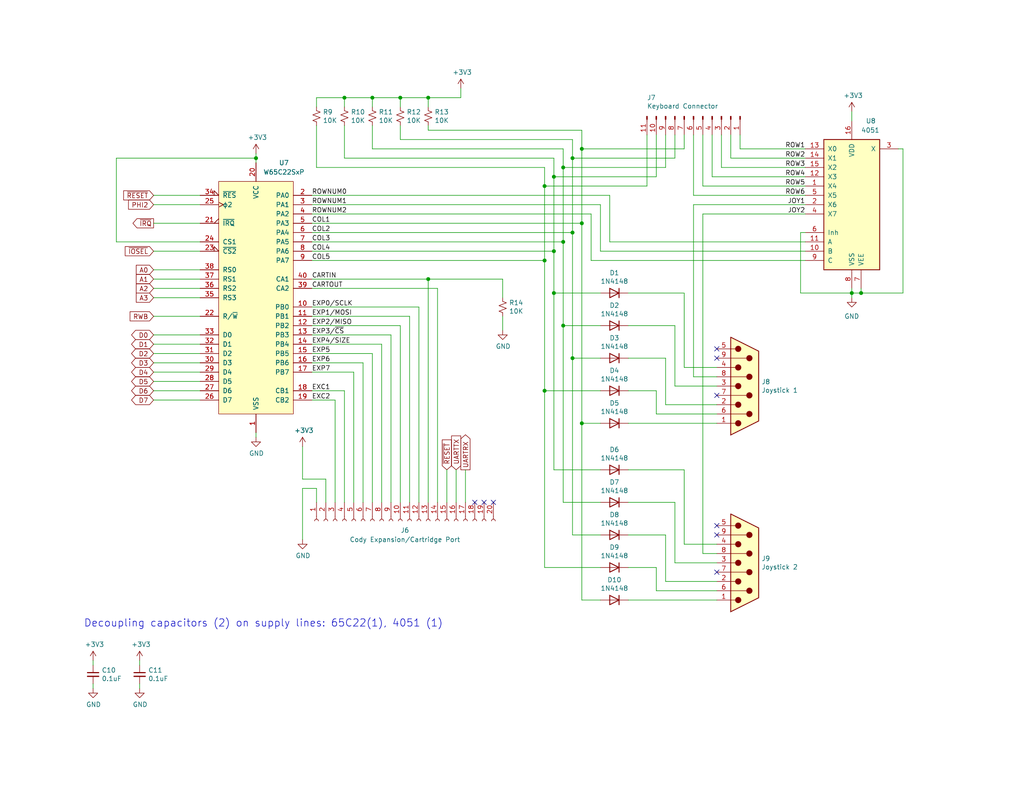
<source format=kicad_sch>
(kicad_sch (version 20211123) (generator eeschema)
  (paper "USLetter")
  (title_block (title "65C22 VIA, Keyboard/Joystick, Cartridge, SPI") (date "2023-04-18") (rev "A"))
  (lib_symbols
    (symbol "4xxx:4051" (pin_names (offset 1.016))
      (property "Reference" "U" (at -7.62 19.05 0))
      (property "Value" "4051" (at -7.62 -19.05 0))
      (symbol "4051_1_0"
        (pin passive line (at -12.7 5.08 0) (length 5.08) (name "X4") (number "1"))
        (pin input line (at -12.7 -12.7 0) (length 5.08) (name "B") (number "10"))
        (pin input line (at -12.7 -10.16 0) (length 5.08) (name "A") (number "11"))
        (pin passive line (at -12.7 7.62 0) (length 5.08) (name "X3") (number "12"))
        (pin passive line (at -12.7 15.24 0) (length 5.08) (name "X0") (number "13"))
        (pin passive line (at -12.7 12.7 0) (length 5.08) (name "X1") (number "14"))
        (pin passive line (at -12.7 10.16 0) (length 5.08) (name "X2") (number "15"))
        (pin power_in line (at 0 22.86 270) (length 5.08) (name "VDD") (number "16"))
        (pin passive line (at -12.7 0 0) (length 5.08) (name "X6") (number "2"))
        (pin passive line (at 12.7 15.24 180) (length 5.08) (name "X") (number "3"))
        (pin passive line (at -12.7 -2.54 0) (length 5.08) (name "X7") (number "4"))
        (pin passive line (at -12.7 2.54 0) (length 5.08) (name "X5") (number "5"))
        (pin input line (at -12.7 -7.62 0) (length 5.08) (name "Inh") (number "6"))
        (pin power_in line (at 2.54 -22.86 90) (length 5.08) (name "VEE") (number "7"))
        (pin power_in line (at 0 -22.86 90) (length 5.08) (name "VSS") (number "8"))
        (pin input line (at -12.7 -15.24 0) (length 5.08) (name "C") (number "9"))
      )
      (symbol "4051_1_1"
        (rectangle (start -7.62 17.78) (end 7.62 -17.78) (stroke (width 0.254)) (fill (type background)))
      )
    )
    (symbol "65xx:W65C22SxP" (pin_names (offset 1.016))
      (property "Reference" "U" (at -10.16 33.02 0))
      (property "Value" "W65C22SxP" (at 0 0 90))
      (symbol "W65C22SxP_0_1"
        (rectangle (start -10.16 31.75) (end 10.16 -31.75) (fill (type background)))
      )
      (symbol "W65C22SxP_1_1"
        (pin power_in line (at 0 -36.83 90) (length 5.08) (name "VSS") (number "1"))
        (pin bidirectional line (at 15.24 -2.54 180) (length 5.08) (name "PB0") (number "10"))
        (pin bidirectional line (at 15.24 -5.08 180) (length 5.08) (name "PB1") (number "11"))
        (pin bidirectional line (at 15.24 -7.62 180) (length 5.08) (name "PB2") (number "12"))
        (pin bidirectional line (at 15.24 -10.16 180) (length 5.08) (name "PB3") (number "13"))
        (pin bidirectional line (at 15.24 -12.7 180) (length 5.08) (name "PB4") (number "14"))
        (pin bidirectional line (at 15.24 -15.24 180) (length 5.08) (name "PB5") (number "15"))
        (pin bidirectional line (at 15.24 -17.78 180) (length 5.08) (name "PB6") (number "16"))
        (pin bidirectional line (at 15.24 -20.32 180) (length 5.08) (name "PB7") (number "17"))
        (pin input line (at 15.24 -25.4 180) (length 5.08) (name "CB1") (number "18"))
        (pin bidirectional line (at 15.24 -27.94 180) (length 5.08) (name "CB2") (number "19"))
        (pin bidirectional line (at 15.24 27.94 180) (length 5.08) (name "PA0") (number "2"))
        (pin power_in line (at 0 36.83 270) (length 5.08) (name "VCC") (number "20"))
        (pin output output_low (at -15.24 20.32 0) (length 5.08) (name "~{IRQ}") (number "21"))
        (pin input line (at -15.24 -5.08 0) (length 5.08) (name "R/~{W}") (number "22"))
        (pin input input_low (at -15.24 12.7 0) (length 5.08) (name "~{CS2}") (number "23"))
        (pin input line (at -15.24 15.24 0) (length 5.08) (name "CS1") (number "24"))
        (pin input clock (at -15.24 25.4 0) (length 5.08) (name "ϕ2") (number "25"))
        (pin bidirectional line (at -15.24 -27.94 0) (length 5.08) (name "D7") (number "26"))
        (pin bidirectional line (at -15.24 -25.4 0) (length 5.08) (name "D6") (number "27"))
        (pin bidirectional line (at -15.24 -22.86 0) (length 5.08) (name "D5") (number "28"))
        (pin bidirectional line (at -15.24 -20.32 0) (length 5.08) (name "D4") (number "29"))
        (pin bidirectional line (at 15.24 25.4 180) (length 5.08) (name "PA1") (number "3"))
        (pin bidirectional line (at -15.24 -17.78 0) (length 5.08) (name "D3") (number "30"))
        (pin bidirectional line (at -15.24 -15.24 0) (length 5.08) (name "D2") (number "31"))
        (pin bidirectional line (at -15.24 -12.7 0) (length 5.08) (name "D1") (number "32"))
        (pin bidirectional line (at -15.24 -10.16 0) (length 5.08) (name "D0") (number "33"))
        (pin input input_low (at -15.24 27.94 0) (length 5.08) (name "~{RES}") (number "34"))
        (pin input line (at -15.24 0 0) (length 5.08) (name "RS3") (number "35"))
        (pin input line (at -15.24 2.54 0) (length 5.08) (name "RS2") (number "36"))
        (pin input line (at -15.24 5.08 0) (length 5.08) (name "RS1") (number "37"))
        (pin input line (at -15.24 7.62 0) (length 5.08) (name "RS0") (number "38"))
        (pin bidirectional line (at 15.24 2.54 180) (length 5.08) (name "CA2") (number "39"))
        (pin bidirectional line (at 15.24 22.86 180) (length 5.08) (name "PA2") (number "4"))
        (pin input line (at 15.24 5.08 180) (length 5.08) (name "CA1") (number "40"))
        (pin bidirectional line (at 15.24 20.32 180) (length 5.08) (name "PA3") (number "5"))
        (pin bidirectional line (at 15.24 17.78 180) (length 5.08) (name "PA4") (number "6"))
        (pin bidirectional line (at 15.24 15.24 180) (length 5.08) (name "PA5") (number "7"))
        (pin bidirectional line (at 15.24 12.7 180) (length 5.08) (name "PA6") (number "8"))
        (pin bidirectional line (at 15.24 10.16 180) (length 5.08) (name "PA7") (number "9"))
      )
    )
    (symbol "Connector:Conn_01x11_Male" (pin_names (offset 1.016) hide)
      (property "Reference" "J" (at 0 15.24 0))
      (property "Value" "Conn_01x11_Male" (at 0 -15.24 0))
      (symbol "Conn_01x11_Male_1_1"
        (polyline (pts (xy 1.27 -12.7) (xy 0.8636 -12.7)) (stroke (width 0.1524)))
        (polyline (pts (xy 1.27 -10.16) (xy 0.8636 -10.16)) (stroke (width 0.1524)))
        (polyline (pts (xy 1.27 -7.62) (xy 0.8636 -7.62)) (stroke (width 0.1524)))
        (polyline (pts (xy 1.27 -5.08) (xy 0.8636 -5.08)) (stroke (width 0.1524)))
        (polyline (pts (xy 1.27 -2.54) (xy 0.8636 -2.54)) (stroke (width 0.1524)))
        (polyline (pts (xy 1.27 0) (xy 0.8636 0)) (stroke (width 0.1524)))
        (polyline (pts (xy 1.27 2.54) (xy 0.8636 2.54)) (stroke (width 0.1524)))
        (polyline (pts (xy 1.27 5.08) (xy 0.8636 5.08)) (stroke (width 0.1524)))
        (polyline (pts (xy 1.27 7.62) (xy 0.8636 7.62)) (stroke (width 0.1524)))
        (polyline (pts (xy 1.27 10.16) (xy 0.8636 10.16)) (stroke (width 0.1524)))
        (polyline (pts (xy 1.27 12.7) (xy 0.8636 12.7)) (stroke (width 0.1524)))
        (rectangle (start 0.8636 -12.573) (end 0 -12.827) (stroke (width 0.1524)) (fill (type outline)))
        (rectangle (start 0.8636 -10.033) (end 0 -10.287) (stroke (width 0.1524)) (fill (type outline)))
        (rectangle (start 0.8636 -7.493) (end 0 -7.747) (stroke (width 0.1524)) (fill (type outline)))
        (rectangle (start 0.8636 -4.953) (end 0 -5.207) (stroke (width 0.1524)) (fill (type outline)))
        (rectangle (start 0.8636 -2.413) (end 0 -2.667) (stroke (width 0.1524)) (fill (type outline)))
        (rectangle (start 0.8636 0.127) (end 0 -0.127) (stroke (width 0.1524)) (fill (type outline)))
        (rectangle (start 0.8636 2.667) (end 0 2.413) (stroke (width 0.1524)) (fill (type outline)))
        (rectangle (start 0.8636 5.207) (end 0 4.953) (stroke (width 0.1524)) (fill (type outline)))
        (rectangle (start 0.8636 7.747) (end 0 7.493) (stroke (width 0.1524)) (fill (type outline)))
        (rectangle (start 0.8636 10.287) (end 0 10.033) (stroke (width 0.1524)) (fill (type outline)))
        (rectangle (start 0.8636 12.827) (end 0 12.573) (stroke (width 0.1524)) (fill (type outline)))
        (pin passive line (at 5.08 12.7 180) (length 3.81) (name "Pin_1") (number "1"))
        (pin passive line (at 5.08 -10.16 180) (length 3.81) (name "Pin_10") (number "10"))
        (pin passive line (at 5.08 -12.7 180) (length 3.81) (name "Pin_11") (number "11"))
        (pin passive line (at 5.08 10.16 180) (length 3.81) (name "Pin_2") (number "2"))
        (pin passive line (at 5.08 7.62 180) (length 3.81) (name "Pin_3") (number "3"))
        (pin passive line (at 5.08 5.08 180) (length 3.81) (name "Pin_4") (number "4"))
        (pin passive line (at 5.08 2.54 180) (length 3.81) (name "Pin_5") (number "5"))
        (pin passive line (at 5.08 0 180) (length 3.81) (name "Pin_6") (number "6"))
        (pin passive line (at 5.08 -2.54 180) (length 3.81) (name "Pin_7") (number "7"))
        (pin passive line (at 5.08 -5.08 180) (length 3.81) (name "Pin_8") (number "8"))
        (pin passive line (at 5.08 -7.62 180) (length 3.81) (name "Pin_9") (number "9"))
      )
    )
    (symbol "Connector:Conn_01x20_Female" (pin_names (offset 1.016) hide)
      (property "Reference" "J" (at 0 25.4 0))
      (property "Value" "Conn_01x20_Female" (at 0 -27.94 0))
      (symbol "Conn_01x20_Female_1_1"
        (arc (start 0 -24.892) (mid -0.508 -25.4) (end 0 -25.908) (stroke (width 0.1524)))
        (arc (start 0 -22.352) (mid -0.508 -22.86) (end 0 -23.368) (stroke (width 0.1524)))
        (arc (start 0 -19.812) (mid -0.508 -20.32) (end 0 -20.828) (stroke (width 0.1524)))
        (arc (start 0 -17.272) (mid -0.508 -17.78) (end 0 -18.288) (stroke (width 0.1524)))
        (arc (start 0 -14.732) (mid -0.508 -15.24) (end 0 -15.748) (stroke (width 0.1524)))
        (arc (start 0 -12.192) (mid -0.508 -12.7) (end 0 -13.208) (stroke (width 0.1524)))
        (arc (start 0 -9.652) (mid -0.508 -10.16) (end 0 -10.668) (stroke (width 0.1524)))
        (arc (start 0 -7.112) (mid -0.508 -7.62) (end 0 -8.128) (stroke (width 0.1524)))
        (arc (start 0 -4.572) (mid -0.508 -5.08) (end 0 -5.588) (stroke (width 0.1524)))
        (arc (start 0 -2.032) (mid -0.508 -2.54) (end 0 -3.048) (stroke (width 0.1524)))
        (polyline (pts (xy -1.27 -25.4) (xy -0.508 -25.4)) (stroke (width 0.1524)))
        (polyline (pts (xy -1.27 -22.86) (xy -0.508 -22.86)) (stroke (width 0.1524)))
        (polyline (pts (xy -1.27 -20.32) (xy -0.508 -20.32)) (stroke (width 0.1524)))
        (polyline (pts (xy -1.27 -17.78) (xy -0.508 -17.78)) (stroke (width 0.1524)))
        (polyline (pts (xy -1.27 -15.24) (xy -0.508 -15.24)) (stroke (width 0.1524)))
        (polyline (pts (xy -1.27 -12.7) (xy -0.508 -12.7)) (stroke (width 0.1524)))
        (polyline (pts (xy -1.27 -10.16) (xy -0.508 -10.16)) (stroke (width 0.1524)))
        (polyline (pts (xy -1.27 -7.62) (xy -0.508 -7.62)) (stroke (width 0.1524)))
        (polyline (pts (xy -1.27 -5.08) (xy -0.508 -5.08)) (stroke (width 0.1524)))
        (polyline (pts (xy -1.27 -2.54) (xy -0.508 -2.54)) (stroke (width 0.1524)))
        (polyline (pts (xy -1.27 0) (xy -0.508 0)) (stroke (width 0.1524)))
        (polyline (pts (xy -1.27 2.54) (xy -0.508 2.54)) (stroke (width 0.1524)))
        (polyline (pts (xy -1.27 5.08) (xy -0.508 5.08)) (stroke (width 0.1524)))
        (polyline (pts (xy -1.27 7.62) (xy -0.508 7.62)) (stroke (width 0.1524)))
        (polyline (pts (xy -1.27 10.16) (xy -0.508 10.16)) (stroke (width 0.1524)))
        (polyline (pts (xy -1.27 12.7) (xy -0.508 12.7)) (stroke (width 0.1524)))
        (polyline (pts (xy -1.27 15.24) (xy -0.508 15.24)) (stroke (width 0.1524)))
        (polyline (pts (xy -1.27 17.78) (xy -0.508 17.78)) (stroke (width 0.1524)))
        (polyline (pts (xy -1.27 20.32) (xy -0.508 20.32)) (stroke (width 0.1524)))
        (polyline (pts (xy -1.27 22.86) (xy -0.508 22.86)) (stroke (width 0.1524)))
        (arc (start 0 0.508) (mid -0.508 0) (end 0 -0.508) (stroke (width 0.1524)))
        (arc (start 0 3.048) (mid -0.508 2.54) (end 0 2.032) (stroke (width 0.1524)))
        (arc (start 0 5.588) (mid -0.508 5.08) (end 0 4.572) (stroke (width 0.1524)))
        (arc (start 0 8.128) (mid -0.508 7.62) (end 0 7.112) (stroke (width 0.1524)))
        (arc (start 0 10.668) (mid -0.508 10.16) (end 0 9.652) (stroke (width 0.1524)))
        (arc (start 0 13.208) (mid -0.508 12.7) (end 0 12.192) (stroke (width 0.1524)))
        (arc (start 0 15.748) (mid -0.508 15.24) (end 0 14.732) (stroke (width 0.1524)))
        (arc (start 0 18.288) (mid -0.508 17.78) (end 0 17.272) (stroke (width 0.1524)))
        (arc (start 0 20.828) (mid -0.508 20.32) (end 0 19.812) (stroke (width 0.1524)))
        (arc (start 0 23.368) (mid -0.508 22.86) (end 0 22.352) (stroke (width 0.1524)))
        (pin passive line (at -5.08 22.86 0) (length 3.81) (name "Pin_1") (number "1"))
        (pin passive line (at -5.08 0 0) (length 3.81) (name "Pin_10") (number "10"))
        (pin passive line (at -5.08 -2.54 0) (length 3.81) (name "Pin_11") (number "11"))
        (pin passive line (at -5.08 -5.08 0) (length 3.81) (name "Pin_12") (number "12"))
        (pin passive line (at -5.08 -7.62 0) (length 3.81) (name "Pin_13") (number "13"))
        (pin passive line (at -5.08 -10.16 0) (length 3.81) (name "Pin_14") (number "14"))
        (pin passive line (at -5.08 -12.7 0) (length 3.81) (name "Pin_15") (number "15"))
        (pin passive line (at -5.08 -15.24 0) (length 3.81) (name "Pin_16") (number "16"))
        (pin passive line (at -5.08 -17.78 0) (length 3.81) (name "Pin_17") (number "17"))
        (pin passive line (at -5.08 -20.32 0) (length 3.81) (name "Pin_18") (number "18"))
        (pin passive line (at -5.08 -22.86 0) (length 3.81) (name "Pin_19") (number "19"))
        (pin passive line (at -5.08 20.32 0) (length 3.81) (name "Pin_2") (number "2"))
        (pin passive line (at -5.08 -25.4 0) (length 3.81) (name "Pin_20") (number "20"))
        (pin passive line (at -5.08 17.78 0) (length 3.81) (name "Pin_3") (number "3"))
        (pin passive line (at -5.08 15.24 0) (length 3.81) (name "Pin_4") (number "4"))
        (pin passive line (at -5.08 12.7 0) (length 3.81) (name "Pin_5") (number "5"))
        (pin passive line (at -5.08 10.16 0) (length 3.81) (name "Pin_6") (number "6"))
        (pin passive line (at -5.08 7.62 0) (length 3.81) (name "Pin_7") (number "7"))
        (pin passive line (at -5.08 5.08 0) (length 3.81) (name "Pin_8") (number "8"))
        (pin passive line (at -5.08 2.54 0) (length 3.81) (name "Pin_9") (number "9"))
      )
    )
    (symbol "Connector:DB9_Male" (pin_names (offset 1.016) hide)
      (property "Reference" "J" (at 0 13.97 0))
      (property "Value" "DB9_Male" (at 0 -14.605 0))
      (symbol "DB9_Male_0_1"
        (circle (center -1.778 -10.16) (radius 0.762) (fill (type outline)))
        (circle (center -1.778 -5.08) (radius 0.762) (fill (type outline)))
        (circle (center -1.778 0) (radius 0.762) (fill (type outline)))
        (circle (center -1.778 5.08) (radius 0.762) (fill (type outline)))
        (circle (center -1.778 10.16) (radius 0.762) (fill (type outline)))
        (polyline (pts (xy -3.81 -10.16) (xy -2.54 -10.16)))
        (polyline (pts (xy -3.81 -7.62) (xy 0.508 -7.62)))
        (polyline (pts (xy -3.81 -5.08) (xy -2.54 -5.08)))
        (polyline (pts (xy -3.81 -2.54) (xy 0.508 -2.54)))
        (polyline (pts (xy -3.81 0) (xy -2.54 0)))
        (polyline (pts (xy -3.81 2.54) (xy 0.508 2.54)))
        (polyline (pts (xy -3.81 5.08) (xy -2.54 5.08)))
        (polyline (pts (xy -3.81 7.62) (xy 0.508 7.62)))
        (polyline (pts (xy -3.81 10.16) (xy -2.54 10.16)))
        (polyline (pts (xy -3.81 -13.335) (xy -3.81 13.335) (xy 3.81 9.525) (xy 3.81 -9.525) (xy -3.81 -13.335)) (stroke (width 0.254)) (fill (type background)))
        (circle (center 1.27 -7.62) (radius 0.762) (fill (type outline)))
        (circle (center 1.27 -2.54) (radius 0.762) (fill (type outline)))
        (circle (center 1.27 2.54) (radius 0.762) (fill (type outline)))
        (circle (center 1.27 7.62) (radius 0.762) (fill (type outline)))
      )
      (symbol "DB9_Male_1_1"
        (pin passive line (at -7.62 -10.16 0) (length 3.81) (name "1") (number "1"))
        (pin passive line (at -7.62 -5.08 0) (length 3.81) (name "2") (number "2"))
        (pin passive line (at -7.62 0 0) (length 3.81) (name "3") (number "3"))
        (pin passive line (at -7.62 5.08 0) (length 3.81) (name "4") (number "4"))
        (pin passive line (at -7.62 10.16 0) (length 3.81) (name "5") (number "5"))
        (pin passive line (at -7.62 -7.62 0) (length 3.81) (name "6") (number "6"))
        (pin passive line (at -7.62 -2.54 0) (length 3.81) (name "7") (number "7"))
        (pin passive line (at -7.62 2.54 0) (length 3.81) (name "8") (number "8"))
        (pin passive line (at -7.62 7.62 0) (length 3.81) (name "9") (number "9"))
      )
    )
    (symbol "Device:C_Small" (pin_numbers hide) (pin_names (offset 0.254) hide)
      (property "Reference" "C" (at 0.254 1.778 0))
      (property "Value" "C_Small" (at 0.254 -2.032 0))
      (symbol "C_Small_0_1"
        (polyline (pts (xy -1.524 -0.508) (xy 1.524 -0.508)) (stroke (width 0.3302)))
        (polyline (pts (xy -1.524 0.508) (xy 1.524 0.508)) (stroke (width 0.3048)))
      )
      (symbol "C_Small_1_1"
        (pin passive line (at 0 2.54 270) (length 2.032) (name "~") (number "1"))
        (pin passive line (at 0 -2.54 90) (length 2.032) (name "~") (number "2"))
      )
    )
    (symbol "Device:R_Small_US" (pin_numbers hide) (pin_names (offset 0.254) hide)
      (property "Reference" "R" (at 0.762 0.508 0))
      (property "Value" "R_Small_US" (at 0.762 -1.016 0))
      (symbol "R_Small_US_1_1"
        (polyline (pts (xy 0 0) (xy 1.016 -0.381) (xy 0 -0.762) (xy -1.016 -1.143) (xy 0 -1.524)))
        (polyline (pts (xy 0 1.524) (xy 1.016 1.143) (xy 0 0.762) (xy -1.016 0.381) (xy 0 0)))
        (pin passive line (at 0 2.54 270) (length 1.016) (name "~") (number "1"))
        (pin passive line (at 0 -2.54 90) (length 1.016) (name "~") (number "2"))
      )
    )
    (symbol "Diode:1N4148" (pin_numbers hide) (pin_names (offset 1.016) hide)
      (property "Reference" "D" (at 0 2.54 0))
      (property "Value" "1N4148" (at 0 -2.54 0))
      (symbol "1N4148_0_1"
        (polyline (pts (xy -1.27 1.27) (xy -1.27 -1.27)) (stroke (width 0.254)))
        (polyline (pts (xy 1.27 0) (xy -1.27 0)))
        (polyline (pts (xy 1.27 1.27) (xy 1.27 -1.27) (xy -1.27 0) (xy 1.27 1.27)) (stroke (width 0.254)))
      )
      (symbol "1N4148_1_1"
        (pin passive line (at -3.81 0 0) (length 2.54) (name "K") (number "1"))
        (pin passive line (at 3.81 0 180) (length 2.54) (name "A") (number "2"))
      )
    )
    (symbol "power:+3.3V" (power) (pin_names (offset 0))
      (property "Value" "+3.3V" (at 0 3.556 0))
      (symbol "+3.3V_0_1"
        (polyline (pts (xy -0.762 1.27) (xy 0 2.54)))
        (polyline (pts (xy 0 0) (xy 0 2.54)))
        (polyline (pts (xy 0 2.54) (xy 0.762 1.27)))
      )
      (symbol "+3.3V_1_1"
        (pin power_in line (at 0 0 90) (length 0) hide (name "+3V3") (number "1"))
      )
    )
    (symbol "power:GND" (power) (pin_names (offset 0))
      (property "Value" "GND" (at 0 -3.81 0))
      (symbol "GND_0_1"
        (polyline (pts (xy 0 0) (xy 0 -1.27) (xy 1.27 -1.27) (xy 0 -2.54) (xy -1.27 -1.27) (xy 0 -1.27)))
      )
      (symbol "GND_1_1"
        (pin power_in line (at 0 0 270) (length 0) hide (name "GND") (number "1"))
      )
    )
  )
  (junction (at 153.67 66.04))
  (junction (at 158.75 60.96))
  (junction (at 148.59 106.68))
  (junction (at 151.13 80.01))
  (junction (at 153.67 45.72))
  (junction (at 148.59 50.8))
  (junction (at 156.21 63.5))
  (junction (at 158.75 40.64))
  (junction (at 151.13 68.58))
  (junction (at 69.85 43.18))
  (junction (at 158.75 115.57))
  (junction (at 232.41 80.01))
  (junction (at 109.22 26.67))
  (junction (at 156.21 43.18))
  (junction (at 116.84 26.67))
  (junction (at 116.84 76.2))
  (junction (at 93.98 26.67))
  (junction (at 156.21 97.79))
  (junction (at 148.59 71.12))
  (junction (at 153.67 88.9))
  (junction (at 151.13 48.26))
  (junction (at 101.6 26.67))
  (junction (at 234.95 80.01))
  (no_connect (at 195.58 107.95))
  (no_connect (at 195.58 95.25))
  (no_connect (at 195.58 156.21))
  (no_connect (at 195.58 143.51))
  (no_connect (at 134.62 137.16))
  (no_connect (at 195.58 97.79))
  (no_connect (at 132.08 137.16))
  (no_connect (at 129.54 137.16))
  (no_connect (at 195.58 146.05))
  (wire (pts (xy 171.45 115.57) (xy 195.58 115.57)))
  (wire (pts (xy 189.23 53.34) (xy 219.71 53.34)))
  (wire (pts (xy 148.59 106.68) (xy 163.83 106.68)))
  (wire (pts (xy 156.21 38.1) (xy 156.21 43.18)))
  (wire (pts (xy 163.83 68.58) (xy 163.83 55.88)))
  (wire (pts (xy 41.91 109.22) (xy 54.61 109.22)))
  (wire (pts (xy 158.75 35.56) (xy 158.75 40.64)))
  (wire (pts (xy 116.84 76.2) (xy 116.84 137.16)))
  (wire (pts (xy 189.23 55.88) (xy 219.71 55.88)))
  (wire (pts (xy 163.83 163.83) (xy 158.75 163.83)))
  (wire (pts (xy 104.14 93.98) (xy 104.14 137.16)))
  (wire (pts (xy 191.77 50.8) (xy 191.77 36.83)))
  (wire (pts (xy 41.91 73.66) (xy 54.61 73.66)))
  (wire (pts (xy 85.09 58.42) (xy 161.29 58.42)))
  (wire (pts (xy 127 128.27) (xy 127 137.16)))
  (wire (pts (xy 41.91 106.68) (xy 54.61 106.68)))
  (wire (pts (xy 85.09 109.22) (xy 91.44 109.22)))
  (wire (pts (xy 156.21 38.1) (xy 109.22 38.1)))
  (wire (pts (xy 179.07 161.29) (xy 195.58 161.29)))
  (wire (pts (xy 189.23 102.87) (xy 195.58 102.87)))
  (wire (pts (xy 69.85 44.45) (xy 69.85 43.18)))
  (wire (pts (xy 116.84 26.67) (xy 109.22 26.67)))
  (wire (pts (xy 88.9 137.16) (xy 88.9 130.81)))
  (wire (pts (xy 158.75 163.83) (xy 158.75 115.57)))
  (wire (pts (xy 41.91 78.74) (xy 54.61 78.74)))
  (wire (pts (xy 158.75 115.57) (xy 163.83 115.57)))
  (wire (pts (xy 153.67 66.04) (xy 153.67 88.9)))
  (wire (pts (xy 85.09 63.5) (xy 156.21 63.5)))
  (wire (pts (xy 109.22 26.67) (xy 101.6 26.67)))
  (wire (pts (xy 101.6 34.29) (xy 101.6 40.64)))
  (wire (pts (xy 106.68 91.44) (xy 106.68 137.16)))
  (wire (pts (xy 41.91 86.36) (xy 54.61 86.36)))
  (wire (pts (xy 124.46 128.27) (xy 124.46 137.16)))
  (wire (pts (xy 171.45 106.68) (xy 179.07 106.68)))
  (wire (pts (xy 199.39 43.18) (xy 219.71 43.18)))
  (wire (pts (xy 156.21 63.5) (xy 156.21 97.79)))
  (wire (pts (xy 69.85 43.18) (xy 69.85 41.91)))
  (wire (pts (xy 156.21 97.79) (xy 156.21 146.05)))
  (wire (pts (xy 109.22 34.29) (xy 109.22 38.1)))
  (wire (pts (xy 156.21 43.18) (xy 184.15 43.18)))
  (wire (pts (xy 101.6 29.21) (xy 101.6 26.67)))
  (wire (pts (xy 218.44 80.01) (xy 232.41 80.01)))
  (wire (pts (xy 41.91 53.34) (xy 54.61 53.34)))
  (wire (pts (xy 186.69 100.33) (xy 186.69 80.01)))
  (wire (pts (xy 116.84 76.2) (xy 137.16 76.2)))
  (wire (pts (xy 201.93 40.64) (xy 219.71 40.64)))
  (wire (pts (xy 166.37 53.34) (xy 85.09 53.34)))
  (wire (pts (xy 196.85 45.72) (xy 219.71 45.72)))
  (wire (pts (xy 109.22 88.9) (xy 109.22 137.16)))
  (wire (pts (xy 31.75 43.18) (xy 69.85 43.18)))
  (wire (pts (xy 85.09 91.44) (xy 106.68 91.44)))
  (wire (pts (xy 151.13 48.26) (xy 179.07 48.26)))
  (wire (pts (xy 41.91 96.52) (xy 54.61 96.52)))
  (wire (pts (xy 96.52 101.6) (xy 96.52 137.16)))
  (wire (pts (xy 101.6 40.64) (xy 153.67 40.64)))
  (wire (pts (xy 151.13 128.27) (xy 163.83 128.27)))
  (wire (pts (xy 38.1 181.61) (xy 38.1 180.34)))
  (wire (pts (xy 93.98 26.67) (xy 86.36 26.67)))
  (wire (pts (xy 161.29 71.12) (xy 219.71 71.12)))
  (wire (pts (xy 85.09 78.74) (xy 119.38 78.74)))
  (wire (pts (xy 191.77 50.8) (xy 219.71 50.8)))
  (wire (pts (xy 191.77 58.42) (xy 219.71 58.42)))
  (wire (pts (xy 161.29 58.42) (xy 161.29 71.12)))
  (wire (pts (xy 201.93 40.64) (xy 201.93 36.83)))
  (wire (pts (xy 232.41 80.01) (xy 232.41 81.28)))
  (wire (pts (xy 125.73 24.13) (xy 125.73 26.67)))
  (wire (pts (xy 85.09 60.96) (xy 158.75 60.96)))
  (wire (pts (xy 109.22 29.21) (xy 109.22 26.67)))
  (wire (pts (xy 158.75 60.96) (xy 158.75 115.57)))
  (wire (pts (xy 195.58 110.49) (xy 181.61 110.49)))
  (wire (pts (xy 41.91 68.58) (xy 54.61 68.58)))
  (wire (pts (xy 195.58 148.59) (xy 186.69 148.59)))
  (wire (pts (xy 148.59 154.94) (xy 148.59 106.68)))
  (wire (pts (xy 101.6 26.67) (xy 93.98 26.67)))
  (wire (pts (xy 121.92 128.27) (xy 121.92 137.16)))
  (wire (pts (xy 179.07 36.83) (xy 179.07 48.26)))
  (wire (pts (xy 101.6 96.52) (xy 101.6 137.16)))
  (wire (pts (xy 116.84 26.67) (xy 125.73 26.67)))
  (wire (pts (xy 171.45 146.05) (xy 181.61 146.05)))
  (wire (pts (xy 119.38 78.74) (xy 119.38 137.16)))
  (wire (pts (xy 93.98 29.21) (xy 93.98 26.67)))
  (wire (pts (xy 86.36 26.67) (xy 86.36 29.21)))
  (wire (pts (xy 137.16 81.28) (xy 137.16 76.2)))
  (wire (pts (xy 163.83 88.9) (xy 153.67 88.9)))
  (wire (pts (xy 153.67 40.64) (xy 153.67 45.72)))
  (wire (pts (xy 195.58 158.75) (xy 181.61 158.75)))
  (wire (pts (xy 41.91 55.88) (xy 54.61 55.88)))
  (wire (pts (xy 196.85 45.72) (xy 196.85 36.83)))
  (wire (pts (xy 85.09 66.04) (xy 153.67 66.04)))
  (wire (pts (xy 232.41 80.01) (xy 234.95 80.01)))
  (wire (pts (xy 99.06 99.06) (xy 99.06 137.16)))
  (wire (pts (xy 86.36 34.29) (xy 86.36 45.72)))
  (wire (pts (xy 69.85 118.11) (xy 69.85 119.38)))
  (wire (pts (xy 246.38 40.64) (xy 245.11 40.64)))
  (wire (pts (xy 148.59 45.72) (xy 86.36 45.72)))
  (wire (pts (xy 137.16 86.36) (xy 137.16 90.17)))
  (wire (pts (xy 184.15 137.16) (xy 184.15 153.67)))
  (wire (pts (xy 85.09 86.36) (xy 111.76 86.36)))
  (wire (pts (xy 85.09 76.2) (xy 116.84 76.2)))
  (wire (pts (xy 91.44 109.22) (xy 91.44 137.16)))
  (wire (pts (xy 181.61 158.75) (xy 181.61 146.05)))
  (wire (pts (xy 181.61 36.83) (xy 181.61 45.72)))
  (wire (pts (xy 82.55 130.81) (xy 82.55 121.92)))
  (wire (pts (xy 148.59 50.8) (xy 176.53 50.8)))
  (wire (pts (xy 163.83 55.88) (xy 85.09 55.88)))
  (wire (pts (xy 199.39 43.18) (xy 199.39 36.83)))
  (wire (pts (xy 179.07 154.94) (xy 179.07 161.29)))
  (wire (pts (xy 41.91 104.14) (xy 54.61 104.14)))
  (wire (pts (xy 85.09 88.9) (xy 109.22 88.9)))
  (wire (pts (xy 181.61 110.49) (xy 181.61 97.79)))
  (wire (pts (xy 25.4 181.61) (xy 25.4 180.34)))
  (wire (pts (xy 31.75 66.04) (xy 31.75 43.18)))
  (wire (pts (xy 85.09 68.58) (xy 151.13 68.58)))
  (wire (pts (xy 41.91 76.2) (xy 54.61 76.2)))
  (wire (pts (xy 85.09 83.82) (xy 114.3 83.82)))
  (wire (pts (xy 234.95 80.01) (xy 246.38 80.01)))
  (wire (pts (xy 25.4 187.96) (xy 25.4 186.69)))
  (wire (pts (xy 191.77 151.13) (xy 195.58 151.13)))
  (wire (pts (xy 189.23 53.34) (xy 189.23 36.83)))
  (wire (pts (xy 171.45 128.27) (xy 186.69 128.27)))
  (wire (pts (xy 195.58 100.33) (xy 186.69 100.33)))
  (wire (pts (xy 166.37 66.04) (xy 166.37 53.34)))
  (wire (pts (xy 194.31 48.26) (xy 194.31 36.83)))
  (wire (pts (xy 184.15 105.41) (xy 195.58 105.41)))
  (wire (pts (xy 85.09 71.12) (xy 148.59 71.12)))
  (wire (pts (xy 156.21 146.05) (xy 163.83 146.05)))
  (wire (pts (xy 158.75 40.64) (xy 158.75 60.96)))
  (wire (pts (xy 218.44 63.5) (xy 218.44 80.01)))
  (wire (pts (xy 151.13 80.01) (xy 151.13 128.27)))
  (wire (pts (xy 38.1 187.96) (xy 38.1 186.69)))
  (wire (pts (xy 82.55 133.35) (xy 82.55 147.32)))
  (wire (pts (xy 153.67 45.72) (xy 181.61 45.72)))
  (wire (pts (xy 191.77 58.42) (xy 191.77 151.13)))
  (wire (pts (xy 41.91 60.96) (xy 54.61 60.96)))
  (wire (pts (xy 163.83 80.01) (xy 151.13 80.01)))
  (wire (pts (xy 171.45 154.94) (xy 179.07 154.94)))
  (wire (pts (xy 116.84 29.21) (xy 116.84 26.67)))
  (wire (pts (xy 171.45 163.83) (xy 195.58 163.83)))
  (wire (pts (xy 88.9 130.81) (xy 82.55 130.81)))
  (wire (pts (xy 148.59 45.72) (xy 148.59 50.8)))
  (wire (pts (xy 189.23 55.88) (xy 189.23 102.87)))
  (wire (pts (xy 179.07 106.68) (xy 179.07 113.03)))
  (wire (pts (xy 171.45 88.9) (xy 184.15 88.9)))
  (wire (pts (xy 85.09 93.98) (xy 104.14 93.98)))
  (wire (pts (xy 153.67 137.16) (xy 153.67 88.9)))
  (wire (pts (xy 184.15 88.9) (xy 184.15 105.41)))
  (wire (pts (xy 93.98 106.68) (xy 93.98 137.16)))
  (wire (pts (xy 86.36 137.16) (xy 86.36 133.35)))
  (wire (pts (xy 41.91 81.28) (xy 54.61 81.28)))
  (wire (pts (xy 114.3 83.82) (xy 114.3 137.16)))
  (wire (pts (xy 41.91 101.6) (xy 54.61 101.6)))
  (wire (pts (xy 171.45 80.01) (xy 186.69 80.01)))
  (wire (pts (xy 219.71 66.04) (xy 166.37 66.04)))
  (wire (pts (xy 171.45 97.79) (xy 181.61 97.79)))
  (wire (pts (xy 86.36 133.35) (xy 82.55 133.35)))
  (wire (pts (xy 151.13 43.18) (xy 93.98 43.18)))
  (wire (pts (xy 85.09 106.68) (xy 93.98 106.68)))
  (wire (pts (xy 151.13 43.18) (xy 151.13 48.26)))
  (wire (pts (xy 148.59 71.12) (xy 148.59 106.68)))
  (wire (pts (xy 186.69 36.83) (xy 186.69 40.64)))
  (wire (pts (xy 163.83 97.79) (xy 156.21 97.79)))
  (wire (pts (xy 179.07 113.03) (xy 195.58 113.03)))
  (wire (pts (xy 41.91 99.06) (xy 54.61 99.06)))
  (wire (pts (xy 219.71 68.58) (xy 163.83 68.58)))
  (wire (pts (xy 85.09 101.6) (xy 96.52 101.6)))
  (wire (pts (xy 151.13 48.26) (xy 151.13 68.58)))
  (wire (pts (xy 176.53 36.83) (xy 176.53 50.8)))
  (wire (pts (xy 171.45 137.16) (xy 184.15 137.16)))
  (wire (pts (xy 232.41 30.48) (xy 232.41 33.02)))
  (wire (pts (xy 116.84 34.29) (xy 116.84 35.56)))
  (wire (pts (xy 116.84 35.56) (xy 158.75 35.56)))
  (wire (pts (xy 41.91 91.44) (xy 54.61 91.44)))
  (wire (pts (xy 186.69 148.59) (xy 186.69 128.27)))
  (wire (pts (xy 232.41 78.74) (xy 232.41 80.01)))
  (wire (pts (xy 151.13 68.58) (xy 151.13 80.01)))
  (wire (pts (xy 54.61 66.04) (xy 31.75 66.04)))
  (wire (pts (xy 163.83 154.94) (xy 148.59 154.94)))
  (wire (pts (xy 156.21 43.18) (xy 156.21 63.5)))
  (wire (pts (xy 218.44 63.5) (xy 219.71 63.5)))
  (wire (pts (xy 184.15 36.83) (xy 184.15 43.18)))
  (wire (pts (xy 85.09 96.52) (xy 101.6 96.52)))
  (wire (pts (xy 234.95 78.74) (xy 234.95 80.01)))
  (wire (pts (xy 41.91 93.98) (xy 54.61 93.98)))
  (wire (pts (xy 163.83 137.16) (xy 153.67 137.16)))
  (wire (pts (xy 148.59 50.8) (xy 148.59 71.12)))
  (wire (pts (xy 153.67 45.72) (xy 153.67 66.04)))
  (wire (pts (xy 111.76 137.16) (xy 111.76 86.36)))
  (wire (pts (xy 158.75 40.64) (xy 186.69 40.64)))
  (wire (pts (xy 93.98 34.29) (xy 93.98 43.18)))
  (wire (pts (xy 184.15 153.67) (xy 195.58 153.67)))
  (wire (pts (xy 194.31 48.26) (xy 219.71 48.26)))
  (wire (pts (xy 85.09 99.06) (xy 99.06 99.06)))
  (wire (pts (xy 246.38 80.01) (xy 246.38 40.64)))
  (text "Decoupling capacitors (2) on supply lines: 65C22(1), 4051 (1)" (at 22.86 171.45 0) (effects (font (size 2.0066 2.0066)) (justify left bottom)))
  (label "COL3" (at 85.09 66.04 0))
  (label "COL4" (at 85.09 68.58 0))
  (label "CARTIN" (at 85.09 76.2 0))
  (label "EXP1{slash}MOSI" (at 85.09 86.36 0))
  (label "EXC2" (at 85.09 109.22 0))
  (label "COL2" (at 85.09 63.5 0))
  (label "JOY2" (at 219.71 58.42 180))
  (label "EXC1" (at 85.09 106.68 0))
  (label "CARTOUT" (at 85.09 78.74 0))
  (label "ROW3" (at 219.71 45.72 180))
  (label "EXP4{slash}SIZE" (at 85.09 93.98 0))
  (label "JOY1" (at 219.71 55.88 180))
  (label "EXP5" (at 85.09 96.52 0))
  (label "COL5" (at 85.09 71.12 0))
  (label "ROW2" (at 219.71 43.18 180))
  (label "EXP7" (at 85.09 101.6 0))
  (label "EXP0{slash}SCLK" (at 85.09 83.82 0))
  (label "ROW5" (at 219.71 50.8 180))
  (label "ROWNUM0" (at 85.09 53.34 0))
  (label "EXP3{slash}~{CS}" (at 85.09 91.44 0))
  (label "ROW6" (at 219.71 53.34 180))
  (label "ROW4" (at 219.71 48.26 180))
  (label "EXP6" (at 85.09 99.06 0))
  (label "ROW1" (at 219.71 40.64 180))
  (label "EXP2{slash}MISO" (at 85.09 88.9 0))
  (label "ROWNUM2" (at 85.09 58.42 0))
  (label "COL1" (at 85.09 60.96 0))
  (label "ROWNUM1" (at 85.09 55.88 0))
  (global_label "A3" (shape input) (at 41.91 81.28 180) (property "Intersheet References" "${INTERSHEET_REFS}" (effects hide)))
  (global_label "D0" (shape bidirectional) (at 41.91 91.44 180) (property "Intersheet References" "${INTERSHEET_REFS}" (effects hide)))
  (global_label "~{IOSEL}" (shape input) (at 41.91 68.58 180) (property "Intersheet References" "${INTERSHEET_REFS}" (effects hide)))
  (global_label "A0" (shape input) (at 41.91 73.66 180) (property "Intersheet References" "${INTERSHEET_REFS}" (effects hide)))
  (global_label "D4" (shape bidirectional) (at 41.91 101.6 180) (property "Intersheet References" "${INTERSHEET_REFS}" (effects hide)))
  (global_label "UARTTX" (shape input) (at 124.46 128.27 90) (property "Intersheet References" "${INTERSHEET_REFS}" (effects hide)))
  (global_label "D1" (shape bidirectional) (at 41.91 93.98 180) (property "Intersheet References" "${INTERSHEET_REFS}" (effects hide)))
  (global_label "D6" (shape bidirectional) (at 41.91 106.68 180) (property "Intersheet References" "${INTERSHEET_REFS}" (effects hide)))
  (global_label "RWB" (shape input) (at 41.91 86.36 180) (property "Intersheet References" "${INTERSHEET_REFS}" (effects hide)))
  (global_label "D5" (shape bidirectional) (at 41.91 104.14 180) (property "Intersheet References" "${INTERSHEET_REFS}" (effects hide)))
  (global_label "PHI2" (shape input) (at 41.91 55.88 180) (property "Intersheet References" "${INTERSHEET_REFS}" (effects hide)))
  (global_label "~{IRQ}" (shape output) (at 41.91 60.96 180) (property "Intersheet References" "${INTERSHEET_REFS}" (effects hide)))
  (global_label "UARTRX" (shape output) (at 127 128.27 90) (property "Intersheet References" "${INTERSHEET_REFS}" (effects hide)))
  (global_label "D2" (shape bidirectional) (at 41.91 96.52 180) (property "Intersheet References" "${INTERSHEET_REFS}" (effects hide)))
  (global_label "A2" (shape input) (at 41.91 78.74 180) (property "Intersheet References" "${INTERSHEET_REFS}" (effects hide)))
  (global_label "A1" (shape input) (at 41.91 76.2 180) (property "Intersheet References" "${INTERSHEET_REFS}" (effects hide)))
  (global_label "~{RESET}" (shape input) (at 121.92 128.27 90) (property "Intersheet References" "${INTERSHEET_REFS}" (effects hide)))
  (global_label "~{RESET}" (shape input) (at 41.91 53.34 180) (property "Intersheet References" "${INTERSHEET_REFS}" (effects hide)))
  (global_label "D3" (shape bidirectional) (at 41.91 99.06 180) (property "Intersheet References" "${INTERSHEET_REFS}" (effects hide)))
  (global_label "D7" (shape bidirectional) (at 41.91 109.22 180) (property "Intersheet References" "${INTERSHEET_REFS}" (effects hide)))
  (symbol (lib_id "65xx:W65C22SxP") (at 69.85 81.28 0) (unit 1)
    (property "Reference" "U7" (at 77.47 44.45 0))
    (property "Value" "W65C22SxP" (at 77.47 46.99 0))
    (property "Footprint" "Package_DIP:DIP-40_W15.24mm_Socket" (effects hide))
    (property "Datasheet" "http://www.westerndesigncenter.com/wdc/documentation/w65c22.pdf" (effects hide))
  )
  (symbol (lib_id "Device:R_Small_US") (at 86.36 31.75 180) (unit 1)
    (property "Reference" "R9" (at 88.0872 30.5816 0) (effects (justify right)))
    (property "Value" "10K" (at 88.0872 32.893 0) (effects (justify right)))
    (property "Footprint" "Resistor_THT:R_Axial_DIN0207_L6.3mm_D2.5mm_P7.62mm_Horizontal" (effects hide))
  )
  (symbol (lib_id "Device:R_Small_US") (at 93.98 31.75 180) (unit 1)
    (property "Reference" "R10" (at 95.7072 30.5816 0) (effects (justify right)))
    (property "Value" "10K" (at 95.7072 32.893 0) (effects (justify right)))
    (property "Footprint" "Resistor_THT:R_Axial_DIN0207_L6.3mm_D2.5mm_P7.62mm_Horizontal" (effects hide))
  )
  (symbol (lib_id "Device:R_Small_US") (at 101.6 31.75 180) (unit 1)
    (property "Reference" "R11" (at 103.3272 30.5816 0) (effects (justify right)))
    (property "Value" "10K" (at 103.3272 32.893 0) (effects (justify right)))
    (property "Footprint" "Resistor_THT:R_Axial_DIN0207_L6.3mm_D2.5mm_P7.62mm_Horizontal" (effects hide))
  )
  (symbol (lib_id "Device:R_Small_US") (at 109.22 31.75 180) (unit 1)
    (property "Reference" "R12" (at 110.9472 30.5816 0) (effects (justify right)))
    (property "Value" "10K" (at 110.9472 32.893 0) (effects (justify right)))
    (property "Footprint" "Resistor_THT:R_Axial_DIN0207_L6.3mm_D2.5mm_P7.62mm_Horizontal" (effects hide))
  )
  (symbol (lib_id "Device:R_Small_US") (at 116.84 31.75 180) (unit 1)
    (property "Reference" "R13" (at 118.5672 30.5816 0) (effects (justify right)))
    (property "Value" "10K" (at 118.5672 32.893 0) (effects (justify right)))
    (property "Footprint" "Resistor_THT:R_Axial_DIN0207_L6.3mm_D2.5mm_P7.62mm_Horizontal" (effects hide))
  )
  (symbol (lib_id "power:GND") (at 232.41 81.28 0) (unit 1)
    (property "Reference" "#PWR039" (effects hide))
    (property "Value" "GND" (at 232.41 86.36 0))
  )
  (symbol (lib_id "Device:C_Small") (at 25.4 184.15 0) (unit 1)
    (property "Reference" "C10" (at 27.7368 182.9816 0) (effects (justify left)))
    (property "Value" "0.1uF" (at 27.7368 185.293 0) (effects (justify left)))
    (property "Footprint" "Capacitor_THT:C_Disc_D3.8mm_W2.6mm_P2.50mm" (effects hide))
  )
  (symbol (lib_id "power:GND") (at 25.4 187.96 0) (unit 1)
    (property "Reference" "#PWR030" (effects hide))
    (property "Value" "GND" (at 25.527 192.3542 0))
  )
  (symbol (lib_id "Device:C_Small") (at 38.1 184.15 0) (unit 1)
    (property "Reference" "C11" (at 40.4368 182.9816 0) (effects (justify left)))
    (property "Value" "0.1uF" (at 40.4368 185.293 0) (effects (justify left)))
    (property "Footprint" "Capacitor_THT:C_Disc_D3.8mm_W2.6mm_P2.50mm" (effects hide))
  )
  (symbol (lib_id "power:GND") (at 38.1 187.96 0) (unit 1)
    (property "Reference" "#PWR032" (effects hide))
    (property "Value" "GND" (at 38.227 192.3542 0))
  )
  (symbol (lib_id "power:+3.3V") (at 25.4 180.34 0) (unit 1)
    (property "Reference" "#PWR029" (effects hide))
    (property "Value" "+3.3V" (at 25.781 175.9458 0))
  )
  (symbol (lib_id "power:+3.3V") (at 38.1 180.34 0) (unit 1)
    (property "Reference" "#PWR031" (effects hide))
    (property "Value" "+3.3V" (at 38.481 175.9458 0))
  )
  (symbol (lib_id "power:+3.3V") (at 125.73 24.13 0) (unit 1)
    (property "Reference" "#PWR035" (effects hide))
    (property "Value" "+3.3V" (at 126.111 19.7358 0))
  )
  (symbol (lib_id "power:+3.3V") (at 69.85 41.91 0) (unit 1)
    (property "Reference" "#PWR033" (effects hide))
    (property "Value" "+3.3V" (at 70.231 37.5158 0))
  )
  (symbol (lib_id "power:+3.3V") (at 232.41 30.48 0) (unit 1)
    (property "Reference" "#PWR038" (effects hide))
    (property "Value" "+3.3V" (at 232.791 26.0858 0))
  )
  (symbol (lib_id "power:GND") (at 69.85 119.38 0) (unit 1)
    (property "Reference" "#PWR034" (effects hide))
    (property "Value" "GND" (at 69.977 123.7742 0))
  )
  (symbol (lib_id "4xxx:4051") (at 232.41 55.88 0) (unit 1)
    (property "Reference" "U8" (at 236.22 33.02 0) (effects (justify left)))
    (property "Value" "4051" (at 234.95 35.56 0) (effects (justify left)))
    (property "Footprint" "Package_DIP:DIP-16_W7.62mm_Socket" (effects hide))
    (property "Datasheet" "http://www.intersil.com/content/dam/Intersil/documents/cd40/cd4051bms-52bms-53bms.pdf" (effects hide))
  )
  (symbol (lib_id "Diode:1N4148") (at 167.64 97.79 0) (mirror y) (unit 1)
    (property "Reference" "D3" (at 167.64 92.2782 0))
    (property "Value" "1N4148" (at 167.64 94.5896 0))
    (property "Footprint" "Diode_THT:D_DO-34_SOD68_P7.62mm_Horizontal" (effects hide))
    (property "Datasheet" "https://assets.nexperia.com/documents/data-sheet/1N4148_1N4448.pdf" (effects hide))
  )
  (symbol (lib_id "Connector:DB9_Male") (at 203.2 153.67 0) (unit 1)
    (property "Reference" "J9" (at 207.772 152.5016 0) (effects (justify left)))
    (property "Value" "Joystick 2" (at 207.772 154.813 0) (effects (justify left)))
    (property "Footprint" "Connector_Dsub:DSUB-9_Male_Horizontal_P2.77x2.84mm_EdgePinOffset7.70mm_Housed_MountingHolesOffset9.12mm" (effects hide))
    (property "Datasheet" " ~" (effects hide))
  )
  (symbol (lib_id "Diode:1N4148") (at 167.64 137.16 0) (mirror y) (unit 1)
    (property "Reference" "D7" (at 167.64 131.6482 0))
    (property "Value" "1N4148" (at 167.64 133.9596 0))
    (property "Footprint" "Diode_THT:D_DO-34_SOD68_P7.62mm_Horizontal" (effects hide))
    (property "Datasheet" "https://assets.nexperia.com/documents/data-sheet/1N4148_1N4448.pdf" (effects hide))
  )
  (symbol (lib_id "Diode:1N4148") (at 167.64 128.27 0) (mirror y) (unit 1)
    (property "Reference" "D6" (at 167.64 122.7582 0))
    (property "Value" "1N4148" (at 167.64 125.0696 0))
    (property "Footprint" "Diode_THT:D_DO-34_SOD68_P7.62mm_Horizontal" (effects hide))
    (property "Datasheet" "https://assets.nexperia.com/documents/data-sheet/1N4148_1N4448.pdf" (effects hide))
  )
  (symbol (lib_id "power:+3.3V") (at 82.55 121.92 0) (unit 1)
    (property "Reference" "#PWR036" (effects hide))
    (property "Value" "+3.3V" (at 82.931 117.5258 0))
  )
  (symbol (lib_id "Diode:1N4148") (at 167.64 88.9 0) (mirror y) (unit 1)
    (property "Reference" "D2" (at 167.64 83.3882 0))
    (property "Value" "1N4148" (at 167.64 85.6996 0))
    (property "Footprint" "Diode_THT:D_DO-34_SOD68_P7.62mm_Horizontal" (effects hide))
    (property "Datasheet" "https://assets.nexperia.com/documents/data-sheet/1N4148_1N4448.pdf" (effects hide))
  )
  (symbol (lib_id "Connector:Conn_01x20_Female") (at 109.22 142.24 90) (mirror x) (unit 1)
    (property "Reference" "J6" (at 110.49 144.78 90))
    (property "Value" "Cody Expansion/Cartridge Port" (at 110.49 147.32 90))
    (property "Footprint" "Connector_PinSocket_2.54mm:PinSocket_1x20_P2.54mm_Horizontal" (effects hide))
  )
  (symbol (lib_id "Diode:1N4148") (at 167.64 146.05 0) (mirror y) (unit 1)
    (property "Reference" "D8" (at 167.64 140.5382 0))
    (property "Value" "1N4148" (at 167.64 142.8496 0))
    (property "Footprint" "Diode_THT:D_DO-34_SOD68_P7.62mm_Horizontal" (effects hide))
    (property "Datasheet" "https://assets.nexperia.com/documents/data-sheet/1N4148_1N4448.pdf" (effects hide))
  )
  (symbol (lib_id "Diode:1N4148") (at 167.64 163.83 0) (mirror y) (unit 1)
    (property "Reference" "D10" (at 167.64 158.3182 0))
    (property "Value" "1N4148" (at 167.64 160.6296 0))
    (property "Footprint" "Diode_THT:D_DO-34_SOD68_P7.62mm_Horizontal" (effects hide))
    (property "Datasheet" "https://assets.nexperia.com/documents/data-sheet/1N4148_1N4448.pdf" (effects hide))
  )
  (symbol (lib_id "power:GND") (at 82.55 147.32 0) (unit 1)
    (property "Reference" "#PWR037" (effects hide))
    (property "Value" "GND" (at 82.677 151.7142 0))
  )
  (symbol (lib_id "power:GND") (at 137.16 90.17 0) (unit 1)
    (property "Reference" "#PWR0101" (effects hide))
    (property "Value" "GND" (at 137.287 94.5642 0))
  )
  (symbol (lib_id "Diode:1N4148") (at 167.64 154.94 0) (mirror y) (unit 1)
    (property "Reference" "D9" (at 167.64 149.4282 0))
    (property "Value" "1N4148" (at 167.64 151.7396 0))
    (property "Footprint" "Diode_THT:D_DO-34_SOD68_P7.62mm_Horizontal" (effects hide))
    (property "Datasheet" "https://assets.nexperia.com/documents/data-sheet/1N4148_1N4448.pdf" (effects hide))
  )
  (symbol (lib_id "Device:R_Small_US") (at 137.16 83.82 180) (unit 1)
    (property "Reference" "R14" (at 138.8872 82.6516 0) (effects (justify right)))
    (property "Value" "10K" (at 138.8872 84.963 0) (effects (justify right)))
    (property "Footprint" "Resistor_THT:R_Axial_DIN0207_L6.3mm_D2.5mm_P2.54mm_Vertical" (effects hide))
  )
  (symbol (lib_id "Connector:Conn_01x11_Male") (at 189.23 31.75 270) (unit 1)
    (property "Reference" "J7" (at 176.53 26.67 90) (effects (justify left)))
    (property "Value" "Keyboard Connector" (at 176.53 28.9814 90) (effects (justify left)))
    (property "Footprint" "Connector_PinHeader_2.54mm:PinHeader_1x11_P2.54mm_Vertical" (effects hide))
  )
  (symbol (lib_id "Connector:DB9_Male") (at 203.2 105.41 0) (unit 1)
    (property "Reference" "J8" (at 207.772 104.2416 0) (effects (justify left)))
    (property "Value" "Joystick 1" (at 207.772 106.553 0) (effects (justify left)))
    (property "Footprint" "Connector_Dsub:DSUB-9_Male_Horizontal_P2.77x2.84mm_EdgePinOffset7.70mm_Housed_MountingHolesOffset9.12mm" (effects hide))
    (property "Datasheet" " ~" (effects hide))
  )
  (symbol (lib_id "Diode:1N4148") (at 167.64 106.68 0) (mirror y) (unit 1)
    (property "Reference" "D4" (at 167.64 101.1682 0))
    (property "Value" "1N4148" (at 167.64 103.4796 0))
    (property "Footprint" "Diode_THT:D_DO-34_SOD68_P7.62mm_Horizontal" (effects hide))
    (property "Datasheet" "https://assets.nexperia.com/documents/data-sheet/1N4148_1N4448.pdf" (effects hide))
  )
  (symbol (lib_id "Diode:1N4148") (at 167.64 80.01 0) (mirror y) (unit 1)
    (property "Reference" "D1" (at 167.64 74.4982 0))
    (property "Value" "1N4148" (at 167.64 76.8096 0))
    (property "Footprint" "Diode_THT:D_DO-34_SOD68_P7.62mm_Horizontal" (effects hide))
    (property "Datasheet" "https://assets.nexperia.com/documents/data-sheet/1N4148_1N4448.pdf" (effects hide))
  )
  (symbol (lib_id "Diode:1N4148") (at 167.64 115.57 0) (mirror y) (unit 1)
    (property "Reference" "D5" (at 167.64 110.0582 0))
    (property "Value" "1N4148" (at 167.64 112.3696 0))
    (property "Footprint" "Diode_THT:D_DO-34_SOD68_P7.62mm_Horizontal" (effects hide))
    (property "Datasheet" "https://assets.nexperia.com/documents/data-sheet/1N4148_1N4448.pdf" (effects hide))
  )
)
</source>
